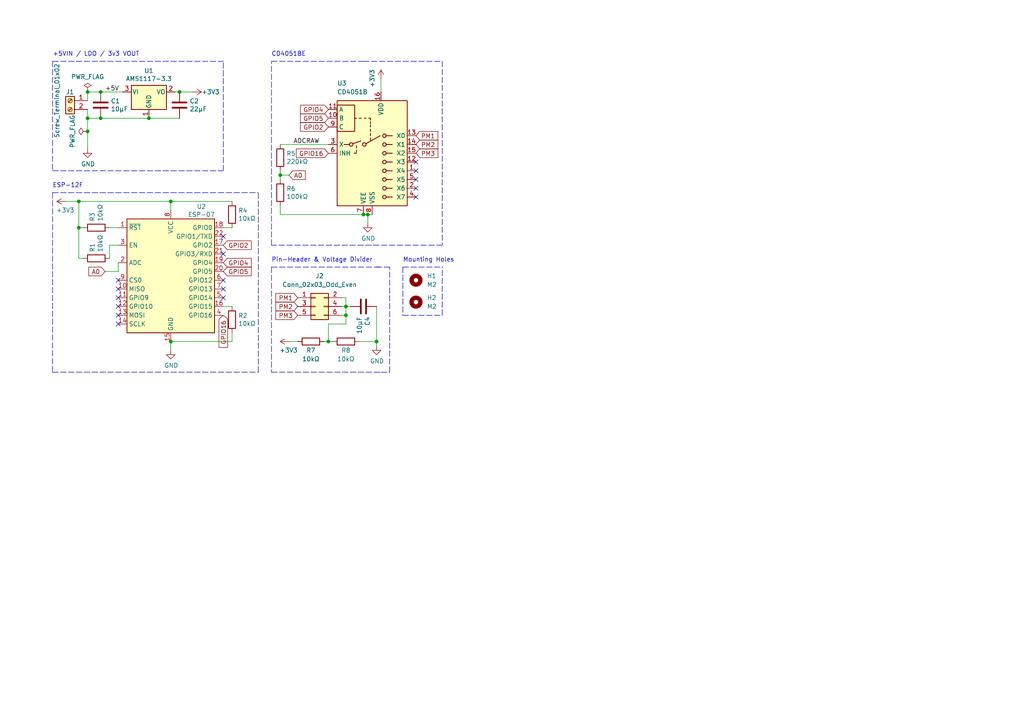
<source format=kicad_sch>
(kicad_sch (version 20211123) (generator eeschema)
  (paper "A4")
  (lib_symbols
    (symbol "Analog_Switch:CD4051B"
      (property "Reference" "U" (at -10.16 16.51 0))
      (property "Value" "CD4051B" (at 3.81 16.51 0))
      (symbol "CD4051B_0_1"
        (rectangle (start -10.16 6.35) (end -5.08 13.97) (stroke (width 0.254)))
        (rectangle (start -10.16 15.24) (end 10.16 -15.24) (stroke (width 0.254)) (fill (type background)))
        (circle (center -6.096 2.54) (radius 0.508) (stroke (width 0.254)))
        (circle (center -2.286 2.54) (radius 0.508) (stroke (width 0.254)))
        (polyline (pts (xy -8.128 2.54) (xy -6.604 2.54)) (stroke (width 0.254)))
        (polyline (pts (xy -5.588 2.794) (xy -3.302 3.556)) (stroke (width 0.254)))
        (polyline (pts (xy -4.572 0) (xy -5.207 0)) (stroke (width 0.254)))
        (polyline (pts (xy -4.572 0.254) (xy -4.572 0.889)) (stroke (width 0.254)))
        (polyline (pts (xy -4.572 1.524) (xy -4.572 2.159)) (stroke (width 0.254)))
        (polyline (pts (xy -4.572 10.16) (xy -5.08 10.16)) (stroke (width 0.254)))
        (polyline (pts (xy -3.81 10.16) (xy -3.175 10.16)) (stroke (width 0.254)))
        (polyline (pts (xy -1.778 2.794) (xy 2.286 5.08)) (stroke (width 0.254)))
        (polyline (pts (xy -1.778 10.16) (xy -2.286 10.16)) (stroke (width 0.254)))
        (polyline (pts (xy -0.508 3.81) (xy -0.508 4.445)) (stroke (width 0.254)))
        (polyline (pts (xy -0.508 5.08) (xy -0.508 5.715)) (stroke (width 0.254)))
        (polyline (pts (xy -0.508 6.35) (xy -0.508 6.985)) (stroke (width 0.254)))
        (polyline (pts (xy -0.508 7.62) (xy -0.508 8.255)) (stroke (width 0.254)))
        (polyline (pts (xy -0.508 8.636) (xy -0.508 9.144)) (stroke (width 0.254)))
        (polyline (pts (xy -0.508 9.652) (xy -0.508 10.16)) (stroke (width 0.254)))
        (polyline (pts (xy -0.508 10.16) (xy -1.016 10.16)) (stroke (width 0.254)))
        (polyline (pts (xy 4.064 -12.7) (xy 5.842 -12.7)) (stroke (width 0.254)))
        (polyline (pts (xy 4.064 -10.16) (xy 5.842 -10.16)) (stroke (width 0.254)))
        (polyline (pts (xy 4.064 -7.62) (xy 5.842 -7.62)) (stroke (width 0.254)))
        (polyline (pts (xy 4.064 -5.08) (xy 5.842 -5.08)) (stroke (width 0.254)))
        (polyline (pts (xy 4.064 -2.54) (xy 5.842 -2.54)) (stroke (width 0.254)))
        (polyline (pts (xy 4.064 0) (xy 5.842 0)) (stroke (width 0.254)))
        (polyline (pts (xy 4.064 2.54) (xy 5.842 2.54)) (stroke (width 0.254)))
        (polyline (pts (xy 4.064 5.08) (xy 5.842 5.08)) (stroke (width 0.254)))
        (circle (center 3.556 -12.7) (radius 0.508) (stroke (width 0.254)))
        (circle (center 3.556 -10.16) (radius 0.508) (stroke (width 0.254)))
        (circle (center 3.556 -7.62) (radius 0.508) (stroke (width 0.254)))
        (circle (center 3.556 -5.08) (radius 0.508) (stroke (width 0.254)))
        (circle (center 3.556 -2.54) (radius 0.508) (stroke (width 0.254)))
        (circle (center 3.556 0) (radius 0.508) (stroke (width 0.254)))
        (circle (center 3.556 2.54) (radius 0.508) (stroke (width 0.254)))
        (circle (center 3.556 5.08) (radius 0.508) (stroke (width 0.254)))
      )
      (symbol "CD4051B_1_1"
        (pin bidirectional line (at 12.7 -5.08 180) (length 2.54) (name "X4") (number "1"))
        (pin input line (at -12.7 10.16 0) (length 2.54) (name "B") (number "10"))
        (pin input line (at -12.7 12.7 0) (length 2.54) (name "A") (number "11"))
        (pin bidirectional line (at 12.7 -2.54 180) (length 2.54) (name "X3") (number "12"))
        (pin bidirectional line (at 12.7 5.08 180) (length 2.54) (name "X0") (number "13"))
        (pin bidirectional line (at 12.7 2.54 180) (length 2.54) (name "X1") (number "14"))
        (pin bidirectional line (at 12.7 0 180) (length 2.54) (name "X2") (number "15"))
        (pin power_in line (at 2.54 17.78 270) (length 2.54) (name "VDD") (number "16"))
        (pin bidirectional line (at 12.7 -10.16 180) (length 2.54) (name "X6") (number "2"))
        (pin bidirectional line (at -12.7 2.54 0) (length 2.54) (name "X") (number "3"))
        (pin bidirectional line (at 12.7 -12.7 180) (length 2.54) (name "X7") (number "4"))
        (pin bidirectional line (at 12.7 -7.62 180) (length 2.54) (name "X5") (number "5"))
        (pin input line (at -12.7 0 0) (length 2.54) (name "INH") (number "6"))
        (pin power_in line (at -2.54 -17.78 90) (length 2.54) (name "VEE") (number "7"))
        (pin power_in line (at 0 -17.78 90) (length 2.54) (name "VSS") (number "8"))
        (pin input line (at -12.7 7.62 0) (length 2.54) (name "C") (number "9"))
      )
    )
    (symbol "Connector:Screw_Terminal_01x02" (pin_names (offset 1.016) hide)
      (property "Reference" "J" (at 0 2.54 0))
      (property "Value" "Screw_Terminal_01x02" (at 0 -5.08 0))
      (symbol "Screw_Terminal_01x02_1_1"
        (rectangle (start -1.27 1.27) (end 1.27 -3.81) (stroke (width 0.254)) (fill (type background)))
        (circle (center 0 -2.54) (radius 0.635) (stroke (width 0.1524)))
        (polyline (pts (xy -0.5334 -2.2098) (xy 0.3302 -3.048)) (stroke (width 0.1524)))
        (polyline (pts (xy -0.5334 0.3302) (xy 0.3302 -0.508)) (stroke (width 0.1524)))
        (polyline (pts (xy -0.3556 -2.032) (xy 0.508 -2.8702)) (stroke (width 0.1524)))
        (polyline (pts (xy -0.3556 0.508) (xy 0.508 -0.3302)) (stroke (width 0.1524)))
        (circle (center 0 0) (radius 0.635) (stroke (width 0.1524)))
        (pin passive line (at -5.08 0 0) (length 3.81) (name "Pin_1") (number "1"))
        (pin passive line (at -5.08 -2.54 0) (length 3.81) (name "Pin_2") (number "2"))
      )
    )
    (symbol "Connector_Generic:Conn_02x03_Odd_Even" (pin_names (offset 1.016) hide)
      (property "Reference" "J" (at 1.27 5.08 0))
      (property "Value" "Conn_02x03_Odd_Even" (at 1.27 -5.08 0))
      (symbol "Conn_02x03_Odd_Even_1_1"
        (rectangle (start -1.27 -2.413) (end 0 -2.667) (stroke (width 0.1524)))
        (rectangle (start -1.27 0.127) (end 0 -0.127) (stroke (width 0.1524)))
        (rectangle (start -1.27 2.667) (end 0 2.413) (stroke (width 0.1524)))
        (rectangle (start -1.27 3.81) (end 3.81 -3.81) (stroke (width 0.254)) (fill (type background)))
        (rectangle (start 3.81 -2.413) (end 2.54 -2.667) (stroke (width 0.1524)))
        (rectangle (start 3.81 0.127) (end 2.54 -0.127) (stroke (width 0.1524)))
        (rectangle (start 3.81 2.667) (end 2.54 2.413) (stroke (width 0.1524)))
        (pin passive line (at -5.08 2.54 0) (length 3.81) (name "Pin_1") (number "1"))
        (pin passive line (at 7.62 2.54 180) (length 3.81) (name "Pin_2") (number "2"))
        (pin passive line (at -5.08 0 0) (length 3.81) (name "Pin_3") (number "3"))
        (pin passive line (at 7.62 0 180) (length 3.81) (name "Pin_4") (number "4"))
        (pin passive line (at -5.08 -2.54 0) (length 3.81) (name "Pin_5") (number "5"))
        (pin passive line (at 7.62 -2.54 180) (length 3.81) (name "Pin_6") (number "6"))
      )
    )
    (symbol "Device:C" (pin_numbers hide) (pin_names (offset 0.254))
      (property "Reference" "C" (at 0.635 2.54 0))
      (property "Value" "C" (at 0.635 -2.54 0))
      (symbol "C_0_1"
        (polyline (pts (xy -2.032 -0.762) (xy 2.032 -0.762)) (stroke (width 0.508)))
        (polyline (pts (xy -2.032 0.762) (xy 2.032 0.762)) (stroke (width 0.508)))
      )
      (symbol "C_1_1"
        (pin passive line (at 0 3.81 270) (length 2.794) (name "~") (number "1"))
        (pin passive line (at 0 -3.81 90) (length 2.794) (name "~") (number "2"))
      )
    )
    (symbol "Device:R" (pin_numbers hide) (pin_names (offset 0))
      (property "Reference" "R" (at 2.032 0 90))
      (property "Value" "R" (at 0 0 90))
      (symbol "R_0_1"
        (rectangle (start -1.016 -2.54) (end 1.016 2.54) (stroke (width 0.254)))
      )
      (symbol "R_1_1"
        (pin passive line (at 0 3.81 270) (length 1.27) (name "~") (number "1"))
        (pin passive line (at 0 -3.81 90) (length 1.27) (name "~") (number "2"))
      )
    )
    (symbol "Mechanical:MountingHole" (pin_names (offset 1.016))
      (property "Reference" "H" (at 0 5.08 0))
      (property "Value" "MountingHole" (at 0 3.175 0))
      (symbol "MountingHole_0_1"
        (circle (center 0 0) (radius 1.27) (stroke (width 1.27)))
      )
    )
    (symbol "RF_Module:ESP-12F"
      (property "Reference" "U" (at -12.7 19.05 0))
      (property "Value" "ESP-12F" (at 12.7 19.05 0))
      (symbol "ESP-12F_0_1"
        (rectangle (start -12.7 17.78) (end 12.7 -15.24) (stroke (width 0.254)) (fill (type background)))
      )
      (symbol "ESP-12F_1_1"
        (pin input line (at -15.24 15.24 0) (length 2.54) (name "~{RST}") (number "1"))
        (pin bidirectional line (at -15.24 -2.54 0) (length 2.54) (name "MISO") (number "10"))
        (pin bidirectional line (at -15.24 -5.08 0) (length 2.54) (name "GPIO9") (number "11"))
        (pin bidirectional line (at -15.24 -7.62 0) (length 2.54) (name "GPIO10") (number "12"))
        (pin bidirectional line (at -15.24 -10.16 0) (length 2.54) (name "MOSI") (number "13"))
        (pin bidirectional line (at -15.24 -12.7 0) (length 2.54) (name "SCLK") (number "14"))
        (pin power_in line (at 0 -17.78 90) (length 2.54) (name "GND") (number "15"))
        (pin bidirectional line (at 15.24 -7.62 180) (length 2.54) (name "GPIO15") (number "16"))
        (pin bidirectional line (at 15.24 10.16 180) (length 2.54) (name "GPIO2") (number "17"))
        (pin bidirectional line (at 15.24 15.24 180) (length 2.54) (name "GPIO0") (number "18"))
        (pin bidirectional line (at 15.24 5.08 180) (length 2.54) (name "GPIO4") (number "19"))
        (pin input line (at -15.24 5.08 0) (length 2.54) (name "ADC") (number "2"))
        (pin bidirectional line (at 15.24 2.54 180) (length 2.54) (name "GPIO5") (number "20"))
        (pin bidirectional line (at 15.24 7.62 180) (length 2.54) (name "GPIO3/RXD") (number "21"))
        (pin bidirectional line (at 15.24 12.7 180) (length 2.54) (name "GPIO1/TXD") (number "22"))
        (pin input line (at -15.24 10.16 0) (length 2.54) (name "EN") (number "3"))
        (pin bidirectional line (at 15.24 -10.16 180) (length 2.54) (name "GPIO16") (number "4"))
        (pin bidirectional line (at 15.24 -5.08 180) (length 2.54) (name "GPIO14") (number "5"))
        (pin bidirectional line (at 15.24 0 180) (length 2.54) (name "GPIO12") (number "6"))
        (pin bidirectional line (at 15.24 -2.54 180) (length 2.54) (name "GPIO13") (number "7"))
        (pin power_in line (at 0 20.32 270) (length 2.54) (name "VCC") (number "8"))
        (pin input line (at -15.24 0 0) (length 2.54) (name "CS0") (number "9"))
      )
    )
    (symbol "Regulator_Linear:AMS1117-3.3" (pin_names (offset 0.254))
      (property "Reference" "U" (at -3.81 3.175 0))
      (property "Value" "AMS1117-3.3" (at 0 3.175 0))
      (symbol "AMS1117-3.3_0_1"
        (rectangle (start -5.08 -5.08) (end 5.08 1.905) (stroke (width 0.254)) (fill (type background)))
      )
      (symbol "AMS1117-3.3_1_1"
        (pin power_in line (at 0 -7.62 90) (length 2.54) (name "GND") (number "1"))
        (pin power_out line (at 7.62 0 180) (length 2.54) (name "VO") (number "2"))
        (pin power_in line (at -7.62 0 0) (length 2.54) (name "VI") (number "3"))
      )
    )
    (symbol "power:+3.3V" (power) (pin_names (offset 0))
      (property "Value" "+3.3V" (at 0 3.556 0))
      (symbol "+3.3V_0_1"
        (polyline (pts (xy -0.762 1.27) (xy 0 2.54)))
        (polyline (pts (xy 0 0) (xy 0 2.54)))
        (polyline (pts (xy 0 2.54) (xy 0.762 1.27)))
      )
      (symbol "+3.3V_1_1"
        (pin power_in line (at 0 0 90) (length 0) hide (name "+3V3") (number "1"))
      )
    )
    (symbol "power:GND" (power) (pin_names (offset 0))
      (property "Value" "GND" (at 0 -3.81 0))
      (symbol "GND_0_1"
        (polyline (pts (xy 0 0) (xy 0 -1.27) (xy 1.27 -1.27) (xy 0 -2.54) (xy -1.27 -1.27) (xy 0 -1.27)))
      )
      (symbol "GND_1_1"
        (pin power_in line (at 0 0 270) (length 0) hide (name "GND") (number "1"))
      )
    )
    (symbol "power:PWR_FLAG" (power) (pin_numbers hide) (pin_names (offset 0) hide)
      (property "Value" "PWR_FLAG" (at 0 3.81 0))
      (symbol "PWR_FLAG_0_0"
        (pin power_out line (at 0 0 90) (length 0) (name "pwr") (number "1"))
      )
      (symbol "PWR_FLAG_0_1"
        (polyline (pts (xy 0 0) (xy 0 1.27) (xy -1.016 1.905) (xy 0 2.54) (xy 1.016 1.905) (xy 0 1.27)))
      )
    )
  )
  (junction (at 100.33 88.9))
  (junction (at 29.21 26.67))
  (junction (at 49.53 58.42))
  (junction (at 95.25 99.06))
  (junction (at 49.53 99.06))
  (junction (at 25.4 34.29))
  (junction (at 105.41 62.23))
  (junction (at 81.28 50.8))
  (junction (at 25.4 38.1))
  (junction (at 43.18 34.29))
  (junction (at 22.86 58.42))
  (junction (at 100.33 91.44))
  (junction (at 52.07 26.67))
  (junction (at 25.4 26.67))
  (junction (at 29.21 34.29))
  (junction (at 109.22 99.06))
  (junction (at 22.86 66.04))
  (junction (at 106.68 62.23))
  (no_connect (at 64.77 81.28))
  (no_connect (at 120.65 54.61))
  (no_connect (at 120.65 57.15))
  (no_connect (at 120.65 52.07))
  (no_connect (at 120.65 49.53))
  (no_connect (at 120.65 46.99))
  (no_connect (at 34.29 93.98))
  (no_connect (at 34.29 83.82))
  (no_connect (at 34.29 91.44))
  (no_connect (at 34.29 81.28))
  (no_connect (at 34.29 86.36))
  (no_connect (at 34.29 88.9))
  (no_connect (at 64.77 83.82))
  (no_connect (at 64.77 86.36))
  (no_connect (at 64.77 68.58))
  (no_connect (at 64.77 73.66))
  (wire (pts (xy 81.28 49.53) (xy 81.28 50.8)))
  (wire (pts (xy 34.29 76.2) (xy 34.29 78.74)))
  (polyline (pts (xy 15.24 17.78) (xy 64.77 17.78)))
  (wire (pts (xy 95.25 93.98) (xy 100.33 93.98)))
  (wire (pts (xy 67.31 96.52) (xy 67.31 99.06)))
  (polyline (pts (xy 113.03 107.95) (xy 113.03 77.47)))
  (wire (pts (xy 25.4 38.1) (xy 25.4 43.18)))
  (polyline (pts (xy 15.24 55.88) (xy 74.93 55.88)))
  (polyline (pts (xy 74.93 107.95) (xy 74.93 55.88)))
  (wire (pts (xy 22.86 66.04) (xy 22.86 58.42)))
  (polyline (pts (xy 64.77 49.53) (xy 64.77 17.78)))
  (polyline (pts (xy 116.84 77.47) (xy 116.84 91.44)))
  (wire (pts (xy 31.75 66.04) (xy 34.29 66.04)))
  (wire (pts (xy 29.21 26.67) (xy 35.56 26.67)))
  (wire (pts (xy 106.68 62.23) (xy 107.95 62.23)))
  (wire (pts (xy 106.68 62.23) (xy 106.68 64.77)))
  (wire (pts (xy 31.75 74.93) (xy 31.75 71.12)))
  (wire (pts (xy 100.33 86.36) (xy 100.33 88.9)))
  (wire (pts (xy 25.4 34.29) (xy 29.21 34.29)))
  (polyline (pts (xy 15.24 17.78) (xy 15.24 49.53)))
  (wire (pts (xy 19.05 58.42) (xy 22.86 58.42)))
  (wire (pts (xy 49.53 99.06) (xy 49.53 101.6)))
  (polyline (pts (xy 128.27 91.44) (xy 128.27 77.47)))
  (polyline (pts (xy 78.74 71.12) (xy 78.74 17.78)))
  (wire (pts (xy 22.86 66.04) (xy 24.13 66.04)))
  (wire (pts (xy 83.82 99.06) (xy 86.36 99.06)))
  (polyline (pts (xy 116.84 91.44) (xy 128.27 91.44)))
  (wire (pts (xy 81.28 41.91) (xy 95.25 41.91)))
  (wire (pts (xy 22.86 58.42) (xy 49.53 58.42)))
  (polyline (pts (xy 128.27 71.12) (xy 78.74 71.12)))
  (polyline (pts (xy 78.74 77.47) (xy 78.74 107.95)))
  (wire (pts (xy 109.22 99.06) (xy 109.22 100.33)))
  (polyline (pts (xy 78.74 17.78) (xy 105.41 17.78)))
  (wire (pts (xy 64.77 88.9) (xy 67.31 88.9)))
  (wire (pts (xy 100.33 88.9) (xy 99.06 88.9)))
  (wire (pts (xy 43.18 34.29) (xy 52.07 34.29)))
  (polyline (pts (xy 110.49 107.95) (xy 113.03 107.95)))
  (wire (pts (xy 25.4 26.67) (xy 29.21 26.67)))
  (polyline (pts (xy 15.24 49.53) (xy 64.77 49.53)))
  (wire (pts (xy 67.31 99.06) (xy 49.53 99.06)))
  (wire (pts (xy 81.28 62.23) (xy 105.41 62.23)))
  (polyline (pts (xy 128.27 17.78) (xy 128.27 71.12)))
  (polyline (pts (xy 78.74 107.95) (xy 110.49 107.95)))
  (wire (pts (xy 49.53 58.42) (xy 67.31 58.42)))
  (wire (pts (xy 100.33 88.9) (xy 100.33 91.44)))
  (wire (pts (xy 81.28 50.8) (xy 83.82 50.8)))
  (wire (pts (xy 24.13 74.93) (xy 22.86 74.93)))
  (wire (pts (xy 25.4 34.29) (xy 25.4 38.1)))
  (polyline (pts (xy 116.84 77.47) (xy 128.27 77.47)))
  (wire (pts (xy 30.48 78.74) (xy 34.29 78.74)))
  (wire (pts (xy 81.28 50.8) (xy 81.28 52.07)))
  (wire (pts (xy 50.8 26.67) (xy 52.07 26.67)))
  (polyline (pts (xy 113.03 77.47) (xy 109.22 77.47)))
  (wire (pts (xy 31.75 71.12) (xy 34.29 71.12)))
  (wire (pts (xy 81.28 59.69) (xy 81.28 62.23)))
  (wire (pts (xy 64.77 66.04) (xy 67.31 66.04)))
  (polyline (pts (xy 15.24 55.88) (xy 15.24 107.95)))
  (polyline (pts (xy 105.41 17.78) (xy 128.27 17.78)))
  (wire (pts (xy 100.33 91.44) (xy 99.06 91.44)))
  (wire (pts (xy 100.33 93.98) (xy 100.33 91.44)))
  (wire (pts (xy 25.4 26.67) (xy 25.4 29.21)))
  (wire (pts (xy 110.49 22.86) (xy 110.49 26.67)))
  (polyline (pts (xy 15.24 107.95) (xy 74.93 107.95)))
  (wire (pts (xy 93.98 99.06) (xy 95.25 99.06)))
  (wire (pts (xy 22.86 74.93) (xy 22.86 66.04)))
  (wire (pts (xy 29.21 34.29) (xy 43.18 34.29)))
  (wire (pts (xy 25.4 31.75) (xy 25.4 34.29)))
  (wire (pts (xy 100.33 86.36) (xy 99.06 86.36)))
  (wire (pts (xy 49.53 58.42) (xy 49.53 60.96)))
  (wire (pts (xy 95.25 99.06) (xy 96.52 99.06)))
  (wire (pts (xy 104.14 99.06) (xy 109.22 99.06)))
  (wire (pts (xy 95.25 93.98) (xy 95.25 99.06)))
  (wire (pts (xy 52.07 26.67) (xy 55.88 26.67)))
  (polyline (pts (xy 78.74 77.47) (xy 110.49 77.47)))
  (wire (pts (xy 101.6 88.9) (xy 100.33 88.9)))
  (wire (pts (xy 105.41 62.23) (xy 106.68 62.23)))
  (wire (pts (xy 109.22 88.9) (xy 109.22 99.06)))
  (text "CD4051BE" (at 78.74 16.51 0) (effects (font (size 1.27 1.27)) (justify left bottom)))
  (text "Mounting Holes" (at 116.84 76.2 0) (effects (font (size 1.27 1.27)) (justify left bottom)))
  (text "+5VIN / LDO / 3v3 VOUT\n" (at 15.24 16.51 0) (effects (font (size 1.27 1.27)) (justify left bottom)))
  (text "Pin-Header & Voltage Divider" (at 78.74 76.2 0) (effects (font (size 1.27 1.27)) (justify left bottom)))
  (text "ESP-12F" (at 15.24 54.61 0) (effects (font (size 1.27 1.27)) (justify left bottom)))
  (label "+5V" (at 30.48 26.67 0))
  (label "ADCRAW" (at 85.09 41.91 0))
  (global_label "GPIO4" (shape input) (at 64.77 76.2 0) (property "Intersheet References" "${INTERSHEET_REFS}" (effects hide)))
  (global_label "GPIO2" (shape input) (at 95.25 36.83 180) (property "Intersheet References" "${INTERSHEET_REFS}" (effects hide)))
  (global_label "A0" (shape input) (at 83.82 50.8 0) (property "Intersheet References" "${INTERSHEET_REFS}" (effects hide)))
  (global_label "GPIO4" (shape input) (at 95.25 31.75 180) (property "Intersheet References" "${INTERSHEET_REFS}" (effects hide)))
  (global_label "GPIO5" (shape input) (at 64.77 78.74 0) (property "Intersheet References" "${INTERSHEET_REFS}" (effects hide)))
  (global_label "PM2" (shape input) (at 120.65 41.91 0) (property "Intersheet References" "${INTERSHEET_REFS}" (effects hide)))
  (global_label "GPIO2" (shape input) (at 64.77 71.12 0) (property "Intersheet References" "${INTERSHEET_REFS}" (effects hide)))
  (global_label "GPIO16" (shape input) (at 95.25 44.45 180) (property "Intersheet References" "${INTERSHEET_REFS}" (effects hide)))
  (global_label "PM1" (shape input) (at 120.65 39.37 0) (property "Intersheet References" "${INTERSHEET_REFS}" (effects hide)))
  (global_label "GPIO16" (shape input) (at 64.77 91.44 270) (property "Intersheet References" "${INTERSHEET_REFS}" (effects hide)))
  (global_label "PM1" (shape input) (at 86.36 86.36 180) (property "Intersheet References" "${INTERSHEET_REFS}" (effects hide)))
  (global_label "GPIO5" (shape input) (at 95.25 34.29 180) (property "Intersheet References" "${INTERSHEET_REFS}" (effects hide)))
  (global_label "A0" (shape input) (at 30.48 78.74 180) (property "Intersheet References" "${INTERSHEET_REFS}" (effects hide)))
  (global_label "PM3" (shape input) (at 120.65 44.45 0) (property "Intersheet References" "${INTERSHEET_REFS}" (effects hide)))
  (global_label "PM3" (shape input) (at 86.36 91.44 180) (property "Intersheet References" "${INTERSHEET_REFS}" (effects hide)))
  (global_label "PM2" (shape input) (at 86.36 88.9 180) (property "Intersheet References" "${INTERSHEET_REFS}" (effects hide)))
  (symbol (lib_id "RF_Module:ESP-12F") (at 49.53 81.28 0) (unit 1)
    (property "Reference" "U2" (at 58.42 59.9186 0))
    (property "Value" "ESP-07" (at 58.42 62.23 0))
    (property "Footprint" "Andys-Footprints:ESP-12-Socket-Cutout" (effects hide))
    (property "Datasheet" "http://wiki.ai-thinker.com/_media/esp8266/esp8266_series_modules_user_manual_v1.1.pdf" (effects hide))
  )
  (symbol (lib_id "power:GND") (at 25.4 43.18 0) (unit 1)
    (property "Reference" "#PWR02" (effects hide))
    (property "Value" "GND" (at 25.527 47.5742 0))
  )
  (symbol (lib_id "Device:R") (at 27.94 74.93 90) (unit 1)
    (property "Reference" "R1" (at 26.7716 73.152 0) (effects (justify left)))
    (property "Value" "10kΩ" (at 29.083 73.152 0) (effects (justify left)))
    (property "Footprint" "Resistor_SMD:R_0805_2012Metric" (effects hide))
  )
  (symbol (lib_id "Device:R") (at 67.31 92.71 0) (unit 1)
    (property "Reference" "R2" (at 69.088 91.5416 0) (effects (justify left)))
    (property "Value" "10kΩ" (at 69.088 93.853 0) (effects (justify left)))
    (property "Footprint" "Resistor_SMD:R_0805_2012Metric" (effects hide))
  )
  (symbol (lib_id "Device:C") (at 52.07 30.48 0) (unit 1)
    (property "Reference" "C2" (at 54.991 29.3116 0) (effects (justify left)))
    (property "Value" "22µF" (at 54.991 31.623 0) (effects (justify left)))
    (property "Footprint" "Capacitor_SMD:C_0805_2012Metric" (effects hide))
  )
  (symbol (lib_id "Regulator_Linear:AMS1117-3.3") (at 43.18 26.67 0) (unit 1)
    (property "Reference" "U1" (at 43.18 20.5232 0))
    (property "Value" "AMS1117-3.3" (at 43.18 22.8346 0))
    (property "Footprint" "Package_TO_SOT_SMD:SOT-223-3_TabPin2" (effects hide))
    (property "Datasheet" "http://www.advanced-monolithic.com/pdf/ds1117.pdf" (effects hide))
  )
  (symbol (lib_id "Device:C") (at 29.21 30.48 0) (unit 1)
    (property "Reference" "C1" (at 32.131 29.3116 0) (effects (justify left)))
    (property "Value" "10µF" (at 32.131 31.623 0) (effects (justify left)))
    (property "Footprint" "Capacitor_SMD:C_0805_2012Metric" (effects hide))
  )
  (symbol (lib_id "power:PWR_FLAG") (at 25.4 26.67 0) (unit 1)
    (property "Reference" "#FLG0101" (effects hide))
    (property "Value" "PWR_FLAG" (at 25.4 22.2758 0))
  )
  (symbol (lib_id "power:PWR_FLAG") (at 25.4 38.1 90) (unit 1)
    (property "Reference" "#FLG0102" (effects hide))
    (property "Value" "PWR_FLAG" (at 21.0058 38.1 0))
  )
  (symbol (lib_id "Connector:Screw_Terminal_01x02") (at 20.32 29.21 0) (mirror y) (unit 1)
    (property "Reference" "J1" (at 20.32 26.67 0))
    (property "Value" "Screw_Terminal_01x02" (at 16.51 29.21 90))
    (property "Footprint" "Andys-Footprints:TerminalBlock_Phoenix_MPT-0,5-2-2.54_1x02_P2.54mm_Horizontal-removed-extra-holes" (effects hide))
  )
  (symbol (lib_id "Device:R") (at 81.28 45.72 0) (unit 1)
    (property "Reference" "R5" (at 83.058 44.5516 0) (effects (justify left)))
    (property "Value" "220kΩ" (at 83.058 46.863 0) (effects (justify left)))
    (property "Footprint" "Resistor_SMD:R_0805_2012Metric" (effects hide))
  )
  (symbol (lib_id "power:GND") (at 109.22 100.33 0) (unit 1)
    (property "Reference" "#PWR03" (effects hide))
    (property "Value" "GND" (at 109.347 104.7242 0))
  )
  (symbol (lib_id "Connector_Generic:Conn_02x03_Odd_Even") (at 91.44 88.9 0) (unit 1)
    (property "Reference" "J2" (at 92.71 80.01 0))
    (property "Value" "Conn_02x03_Odd_Even" (at 92.71 82.55 0))
    (property "Footprint" "Connector_PinHeader_2.54mm:PinHeader_2x03_P2.54mm_Horizontal" (effects hide))
  )
  (symbol (lib_id "power:+3.3V") (at 19.05 58.42 90) (mirror x) (unit 1)
    (property "Reference" "#PWR0104" (effects hide))
    (property "Value" "+3.3V" (at 21.59 60.96 90) (effects (justify left)))
  )
  (symbol (lib_id "Device:R") (at 67.31 62.23 0) (unit 1)
    (property "Reference" "R4" (at 69.088 61.0616 0) (effects (justify left)))
    (property "Value" "10kΩ" (at 69.088 63.373 0) (effects (justify left)))
    (property "Footprint" "Resistor_SMD:R_0805_2012Metric" (effects hide))
  )
  (symbol (lib_id "power:+3.3V") (at 55.88 26.67 270) (unit 1)
    (property "Reference" "#PWR0101" (effects hide))
    (property "Value" "+3.3V" (at 58.42 26.67 90) (effects (justify left)))
  )
  (symbol (lib_id "Mechanical:MountingHole") (at 120.65 81.28 0) (unit 1)
    (property "Reference" "H1" (at 123.825 80.0099 0) (effects (justify left)))
    (property "Value" "M2" (at 123.825 82.5499 0) (effects (justify left)))
    (property "Footprint" "MountingHole:MountingHole_2.2mm_M2_Pad_Via" (effects hide))
  )
  (symbol (lib_id "Device:R") (at 81.28 55.88 0) (unit 1)
    (property "Reference" "R6" (at 83.058 54.7116 0) (effects (justify left)))
    (property "Value" "100kΩ" (at 83.058 57.023 0) (effects (justify left)))
    (property "Footprint" "Resistor_SMD:R_0805_2012Metric" (effects hide))
  )
  (symbol (lib_id "Device:C") (at 105.41 88.9 270) (unit 1)
    (property "Reference" "C4" (at 106.5784 91.821 0) (effects (justify left)))
    (property "Value" "10µF" (at 104.267 91.821 0) (effects (justify left)))
    (property "Footprint" "Capacitor_SMD:C_0805_2012Metric" (effects hide))
  )
  (symbol (lib_id "power:GND") (at 106.68 64.77 0) (unit 1)
    (property "Reference" "#PWR0103" (effects hide))
    (property "Value" "GND" (at 106.807 69.1642 0))
  )
  (symbol (lib_id "Mechanical:MountingHole") (at 120.65 87.63 0) (unit 1)
    (property "Reference" "H2" (at 123.825 86.3599 0) (effects (justify left)))
    (property "Value" "M2" (at 123.825 88.8999 0) (effects (justify left)))
    (property "Footprint" "MountingHole:MountingHole_2.2mm_M2_Pad_Via" (effects hide))
  )
  (symbol (lib_id "power:+3.3V") (at 83.82 99.06 90) (mirror x) (unit 1)
    (property "Reference" "#PWR01" (effects hide))
    (property "Value" "+3.3V" (at 86.36 101.6 90) (effects (justify left)))
  )
  (symbol (lib_id "Device:R") (at 100.33 99.06 90) (unit 1)
    (property "Reference" "R8" (at 100.33 101.6 90))
    (property "Value" "10kΩ" (at 100.33 104.14 90))
    (property "Footprint" "Resistor_SMD:R_0805_2012Metric" (effects hide))
  )
  (symbol (lib_id "Analog_Switch:CD4051B") (at 107.95 44.45 0) (unit 1)
    (property "Reference" "U3" (at 97.79 24.13 0) (effects (justify left)))
    (property "Value" "CD4051B" (at 97.79 26.67 0) (effects (justify left)))
    (property "Footprint" "Package_DIP:DIP-16_W7.62mm" (effects hide))
    (property "Datasheet" "http://www.ti.com/lit/ds/symlink/cd4052b.pdf" (effects hide))
  )
  (symbol (lib_id "Device:R") (at 90.17 99.06 90) (unit 1)
    (property "Reference" "R7" (at 90.17 101.6 90))
    (property "Value" "10kΩ" (at 90.17 104.14 90))
    (property "Footprint" "Resistor_SMD:R_0805_2012Metric" (effects hide))
  )
  (symbol (lib_id "power:+3.3V") (at 110.49 22.86 0) (mirror y) (unit 1)
    (property "Reference" "#PWR0102" (effects hide))
    (property "Value" "+3.3V" (at 107.95 25.4 90) (effects (justify left)))
  )
  (symbol (lib_id "power:GND") (at 49.53 101.6 0) (unit 1)
    (property "Reference" "#PWR0105" (effects hide))
    (property "Value" "GND" (at 49.657 105.9942 0))
  )
  (symbol (lib_id "Device:R") (at 27.94 66.04 90) (unit 1)
    (property "Reference" "R3" (at 26.7716 64.262 0) (effects (justify left)))
    (property "Value" "10kΩ" (at 29.083 64.262 0) (effects (justify left)))
    (property "Footprint" "Resistor_SMD:R_0805_2012Metric" (effects hide))
  )
)
</source>
